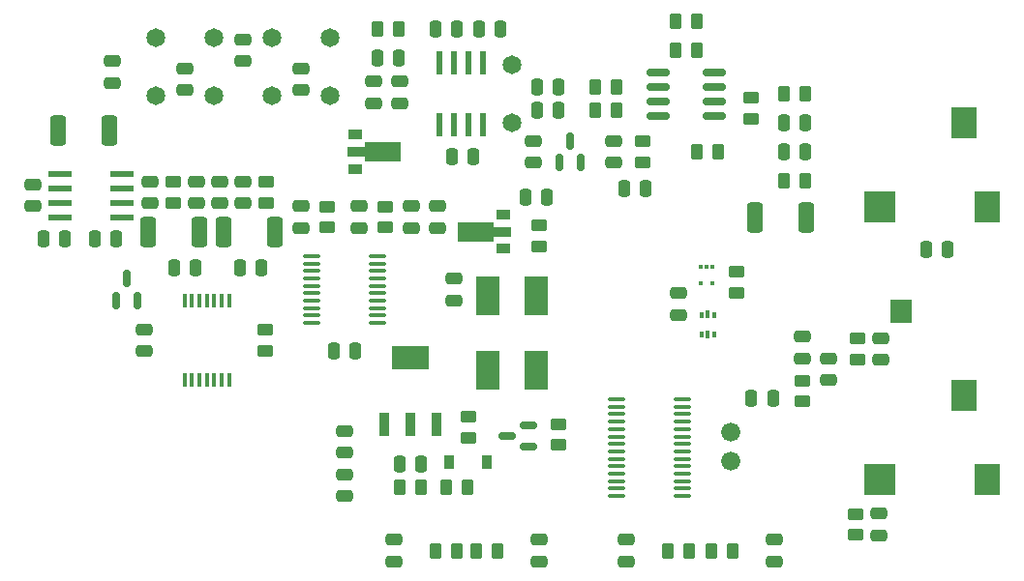
<source format=gbp>
G04 #@! TF.GenerationSoftware,KiCad,Pcbnew,(6.0.5)*
G04 #@! TF.CreationDate,2022-05-23T23:46:21+08:00*
G04 #@! TF.ProjectId,AT Sprint 3B.1,41542053-7072-4696-9e74-2033422e312e,rev?*
G04 #@! TF.SameCoordinates,Original*
G04 #@! TF.FileFunction,Paste,Bot*
G04 #@! TF.FilePolarity,Positive*
%FSLAX46Y46*%
G04 Gerber Fmt 4.6, Leading zero omitted, Abs format (unit mm)*
G04 Created by KiCad (PCBNEW (6.0.5)) date 2022-05-23 23:46:21*
%MOMM*%
%LPD*%
G01*
G04 APERTURE LIST*
G04 Aperture macros list*
%AMRoundRect*
0 Rectangle with rounded corners*
0 $1 Rounding radius*
0 $2 $3 $4 $5 $6 $7 $8 $9 X,Y pos of 4 corners*
0 Add a 4 corners polygon primitive as box body*
4,1,4,$2,$3,$4,$5,$6,$7,$8,$9,$2,$3,0*
0 Add four circle primitives for the rounded corners*
1,1,$1+$1,$2,$3*
1,1,$1+$1,$4,$5*
1,1,$1+$1,$6,$7*
1,1,$1+$1,$8,$9*
0 Add four rect primitives between the rounded corners*
20,1,$1+$1,$2,$3,$4,$5,0*
20,1,$1+$1,$4,$5,$6,$7,0*
20,1,$1+$1,$6,$7,$8,$9,0*
20,1,$1+$1,$8,$9,$2,$3,0*%
%AMFreePoly0*
4,1,9,3.862500,-0.866500,0.737500,-0.866500,0.737500,-0.450000,-0.737500,-0.450000,-0.737500,0.450000,0.737500,0.450000,0.737500,0.866500,3.862500,0.866500,3.862500,-0.866500,3.862500,-0.866500,$1*%
G04 Aperture macros list end*
%ADD10C,1.651000*%
%ADD11C,1.676400*%
%ADD12RoundRect,0.150000X0.150000X-0.587500X0.150000X0.587500X-0.150000X0.587500X-0.150000X-0.587500X0*%
%ADD13RoundRect,0.250000X-0.475000X0.250000X-0.475000X-0.250000X0.475000X-0.250000X0.475000X0.250000X0*%
%ADD14RoundRect,0.250000X0.262500X0.450000X-0.262500X0.450000X-0.262500X-0.450000X0.262500X-0.450000X0*%
%ADD15RoundRect,0.250000X0.475000X-0.250000X0.475000X0.250000X-0.475000X0.250000X-0.475000X-0.250000X0*%
%ADD16RoundRect,0.250000X-0.450000X0.262500X-0.450000X-0.262500X0.450000X-0.262500X0.450000X0.262500X0*%
%ADD17RoundRect,0.250000X0.450000X-0.262500X0.450000X0.262500X-0.450000X0.262500X-0.450000X-0.262500X0*%
%ADD18R,1.300000X0.900000*%
%ADD19FreePoly0,0.000000*%
%ADD20RoundRect,0.250000X-0.250000X-0.475000X0.250000X-0.475000X0.250000X0.475000X-0.250000X0.475000X0*%
%ADD21RoundRect,0.250000X0.250000X0.475000X-0.250000X0.475000X-0.250000X-0.475000X0.250000X-0.475000X0*%
%ADD22R,2.000000X3.500000*%
%ADD23R,0.300000X0.450000*%
%ADD24RoundRect,0.250000X0.425000X1.075000X-0.425000X1.075000X-0.425000X-1.075000X0.425000X-1.075000X0*%
%ADD25RoundRect,0.250000X-0.262500X-0.450000X0.262500X-0.450000X0.262500X0.450000X-0.262500X0.450000X0*%
%ADD26RoundRect,0.150000X-0.825000X-0.150000X0.825000X-0.150000X0.825000X0.150000X-0.825000X0.150000X0*%
%ADD27R,1.900000X2.000000*%
%ADD28R,2.200000X2.800000*%
%ADD29R,2.800000X2.800000*%
%ADD30RoundRect,0.150000X0.587500X0.150000X-0.587500X0.150000X-0.587500X-0.150000X0.587500X-0.150000X0*%
%ADD31R,0.950000X2.150000*%
%ADD32R,3.250000X2.150000*%
%ADD33R,0.400000X1.200000*%
%ADD34R,0.600000X2.000000*%
%ADD35R,0.900000X1.200000*%
%ADD36RoundRect,0.100000X0.637500X0.100000X-0.637500X0.100000X-0.637500X-0.100000X0.637500X-0.100000X0*%
%ADD37R,2.000000X0.600000*%
%ADD38R,0.375000X0.500000*%
%ADD39R,0.300000X0.650000*%
%ADD40FreePoly0,180.000000*%
G04 APERTURE END LIST*
D10*
X48260000Y-75692000D03*
X48260000Y-80772000D03*
X63500000Y-80772000D03*
X63500000Y-75692000D03*
D11*
X98552000Y-110236000D03*
X98552000Y-112776000D03*
D10*
X53340000Y-80772000D03*
X53340000Y-75692000D03*
X79375000Y-78105000D03*
X79375000Y-83185000D03*
X58420000Y-75692000D03*
X58420000Y-80772000D03*
D12*
X85405000Y-86662500D03*
X83505000Y-86662500D03*
X84455000Y-84787500D03*
D13*
X93980000Y-98110000D03*
X93980000Y-100010000D03*
D14*
X94892500Y-120650000D03*
X93067500Y-120650000D03*
D13*
X60960000Y-90490000D03*
X60960000Y-92390000D03*
D15*
X107061000Y-105725000D03*
X107061000Y-103825000D03*
D16*
X75565000Y-108942500D03*
X75565000Y-110767500D03*
D15*
X88265000Y-86675000D03*
X88265000Y-84775000D03*
D13*
X64770000Y-110175000D03*
X64770000Y-112075000D03*
D17*
X57912000Y-90193500D03*
X57912000Y-88368500D03*
D13*
X37465000Y-88585000D03*
X37465000Y-90485000D03*
X64770000Y-113985000D03*
X64770000Y-115885000D03*
D15*
X44450000Y-79690000D03*
X44450000Y-77790000D03*
D13*
X102362000Y-119700000D03*
X102362000Y-121600000D03*
D18*
X65660000Y-87225000D03*
D19*
X65747500Y-85725000D03*
D18*
X65660000Y-84225000D03*
D15*
X55880000Y-90231000D03*
X55880000Y-88331000D03*
D20*
X72710000Y-74930000D03*
X74610000Y-74930000D03*
D17*
X90805000Y-86637500D03*
X90805000Y-84812500D03*
D13*
X66040000Y-90490000D03*
X66040000Y-92390000D03*
X69088000Y-119700000D03*
X69088000Y-121600000D03*
X81280000Y-84775000D03*
X81280000Y-86675000D03*
D15*
X47752000Y-90231000D03*
X47752000Y-88331000D03*
D21*
X71435000Y-113030000D03*
X69535000Y-113030000D03*
D15*
X111633000Y-103947000D03*
X111633000Y-102047000D03*
D17*
X109474000Y-119276500D03*
X109474000Y-117451500D03*
X49784000Y-90193500D03*
X49784000Y-88368500D03*
D14*
X74572500Y-120650000D03*
X72747500Y-120650000D03*
X95527500Y-76835000D03*
X93702500Y-76835000D03*
D22*
X81475000Y-98350000D03*
X81475000Y-104850000D03*
X77275000Y-104850000D03*
X77275000Y-98350000D03*
D14*
X69492500Y-74930000D03*
X67667500Y-74930000D03*
D16*
X68326000Y-90527500D03*
X68326000Y-92352500D03*
D13*
X72898000Y-90490000D03*
X72898000Y-92390000D03*
D23*
X95893000Y-95820000D03*
X96393000Y-95820000D03*
X96893000Y-95820000D03*
X96893000Y-97220000D03*
X95893000Y-97220000D03*
D20*
X74107000Y-86106000D03*
X76007000Y-86106000D03*
D24*
X105120000Y-91440000D03*
X100620000Y-91440000D03*
D13*
X111506000Y-117414000D03*
X111506000Y-119314000D03*
D21*
X78420000Y-74930000D03*
X76520000Y-74930000D03*
D15*
X53848000Y-90231000D03*
X53848000Y-88331000D03*
D25*
X95607500Y-85725000D03*
X97432500Y-85725000D03*
D26*
X92140000Y-82550000D03*
X92140000Y-81280000D03*
X92140000Y-80010000D03*
X92140000Y-78740000D03*
X97090000Y-78740000D03*
X97090000Y-80010000D03*
X97090000Y-81280000D03*
X97090000Y-82550000D03*
D14*
X88542500Y-82042000D03*
X86717500Y-82042000D03*
D16*
X57785000Y-101322500D03*
X57785000Y-103147500D03*
D25*
X103227500Y-80645000D03*
X105052500Y-80645000D03*
D16*
X100330000Y-81002500D03*
X100330000Y-82827500D03*
D14*
X75461500Y-115062000D03*
X73636500Y-115062000D03*
D24*
X58638000Y-92710000D03*
X54138000Y-92710000D03*
D25*
X86717500Y-80010000D03*
X88542500Y-80010000D03*
D20*
X115636000Y-94234000D03*
X117536000Y-94234000D03*
D27*
X113438000Y-99677000D03*
D13*
X81788000Y-119700000D03*
X81788000Y-121600000D03*
D16*
X109601000Y-102084500D03*
X109601000Y-103909500D03*
D28*
X118948000Y-107044000D03*
X120948000Y-114444000D03*
D29*
X111548000Y-114444000D03*
D20*
X80584000Y-89662000D03*
X82484000Y-89662000D03*
D15*
X50800000Y-80325000D03*
X50800000Y-78425000D03*
D24*
X44160000Y-83820000D03*
X39660000Y-83820000D03*
D21*
X65720000Y-103124000D03*
X63820000Y-103124000D03*
D12*
X46670000Y-98727500D03*
X44770000Y-98727500D03*
X45720000Y-96852500D03*
D17*
X99060000Y-98067500D03*
X99060000Y-96242500D03*
D30*
X80820500Y-109667000D03*
X80820500Y-111567000D03*
X78945500Y-110617000D03*
D13*
X89408000Y-119700000D03*
X89408000Y-121600000D03*
X70612000Y-90490000D03*
X70612000Y-92390000D03*
D20*
X81600000Y-80010000D03*
X83500000Y-80010000D03*
X100345200Y-107289600D03*
X102245200Y-107289600D03*
D31*
X72785000Y-109580000D03*
D32*
X70485000Y-103780000D03*
D31*
X70485000Y-109580000D03*
X68185000Y-109580000D03*
D25*
X69572500Y-115062000D03*
X71397500Y-115062000D03*
D24*
X52034000Y-92710000D03*
X47534000Y-92710000D03*
D17*
X83439000Y-111402500D03*
X83439000Y-109577500D03*
D15*
X74295000Y-98740000D03*
X74295000Y-96840000D03*
D21*
X105090000Y-85725000D03*
X103190000Y-85725000D03*
D13*
X67310000Y-79568000D03*
X67310000Y-81468000D03*
D15*
X60960000Y-80325000D03*
X60960000Y-78425000D03*
D33*
X50755000Y-98785000D03*
X51405000Y-98785000D03*
X52055000Y-98785000D03*
X52705000Y-98785000D03*
X53355000Y-98785000D03*
X54005000Y-98785000D03*
X54655000Y-98785000D03*
X54655000Y-105685000D03*
X54005000Y-105685000D03*
X53355000Y-105685000D03*
X52705000Y-105685000D03*
X52055000Y-105685000D03*
X51405000Y-105685000D03*
X50755000Y-105685000D03*
D13*
X104775000Y-101920000D03*
X104775000Y-103820000D03*
D28*
X118948000Y-83168000D03*
X120948000Y-90568000D03*
D29*
X111548000Y-90568000D03*
D21*
X44765000Y-93345000D03*
X42865000Y-93345000D03*
D34*
X73025000Y-77920000D03*
X74295000Y-77920000D03*
X75565000Y-77920000D03*
X76835000Y-77920000D03*
X76835000Y-83370000D03*
X75565000Y-83370000D03*
X74295000Y-83370000D03*
X73025000Y-83370000D03*
D35*
X73915000Y-112903000D03*
X77215000Y-112903000D03*
D36*
X67632500Y-94865000D03*
X67632500Y-95515000D03*
X67632500Y-96165000D03*
X67632500Y-96815000D03*
X67632500Y-97465000D03*
X67632500Y-98115000D03*
X67632500Y-98765000D03*
X67632500Y-99415000D03*
X67632500Y-100065000D03*
X67632500Y-100715000D03*
X61907500Y-100715000D03*
X61907500Y-100065000D03*
X61907500Y-99415000D03*
X61907500Y-98765000D03*
X61907500Y-98115000D03*
X61907500Y-97465000D03*
X61907500Y-96815000D03*
X61907500Y-96165000D03*
X61907500Y-95515000D03*
X61907500Y-94865000D03*
D21*
X51750000Y-95885000D03*
X49850000Y-95885000D03*
D17*
X104775000Y-107592500D03*
X104775000Y-105767500D03*
D13*
X55880000Y-75885000D03*
X55880000Y-77785000D03*
D21*
X57465000Y-95885000D03*
X55565000Y-95885000D03*
D25*
X76303500Y-120650000D03*
X78128500Y-120650000D03*
X96877500Y-120650000D03*
X98702500Y-120650000D03*
D21*
X105090000Y-83185000D03*
X103190000Y-83185000D03*
D37*
X39820000Y-91440000D03*
X39820000Y-90170000D03*
X39820000Y-88900000D03*
X39820000Y-87630000D03*
X45270000Y-87630000D03*
X45270000Y-88900000D03*
X45270000Y-90170000D03*
X45270000Y-91440000D03*
D25*
X93702500Y-74295000D03*
X95527500Y-74295000D03*
D21*
X69530000Y-77470000D03*
X67630000Y-77470000D03*
D20*
X89220000Y-88900000D03*
X91120000Y-88900000D03*
D13*
X69596000Y-79568000D03*
X69596000Y-81468000D03*
X47244000Y-101285000D03*
X47244000Y-103185000D03*
D20*
X81600000Y-82042000D03*
X83500000Y-82042000D03*
X38420000Y-93345000D03*
X40320000Y-93345000D03*
D25*
X103227500Y-88265000D03*
X105052500Y-88265000D03*
D38*
X95982500Y-99988000D03*
D39*
X96520000Y-99913000D03*
D38*
X97057500Y-99988000D03*
X97057500Y-101688000D03*
D39*
X96520000Y-101763000D03*
D38*
X95982500Y-101688000D03*
D16*
X63246000Y-90527500D03*
X63246000Y-92352500D03*
D18*
X78612000Y-91210000D03*
D40*
X78524500Y-92710000D03*
D18*
X78612000Y-94210000D03*
D15*
X51816000Y-90231000D03*
X51816000Y-88331000D03*
D16*
X81788000Y-92155000D03*
X81788000Y-93980000D03*
D36*
X94302500Y-107408000D03*
X94302500Y-108058000D03*
X94302500Y-108708000D03*
X94302500Y-109358000D03*
X94302500Y-110008000D03*
X94302500Y-110658000D03*
X94302500Y-111308000D03*
X94302500Y-111958000D03*
X94302500Y-112608000D03*
X94302500Y-113258000D03*
X94302500Y-113908000D03*
X94302500Y-114558000D03*
X94302500Y-115208000D03*
X94302500Y-115858000D03*
X88577500Y-115858000D03*
X88577500Y-115208000D03*
X88577500Y-114558000D03*
X88577500Y-113908000D03*
X88577500Y-113258000D03*
X88577500Y-112608000D03*
X88577500Y-111958000D03*
X88577500Y-111308000D03*
X88577500Y-110658000D03*
X88577500Y-110008000D03*
X88577500Y-109358000D03*
X88577500Y-108708000D03*
X88577500Y-108058000D03*
X88577500Y-107408000D03*
M02*

</source>
